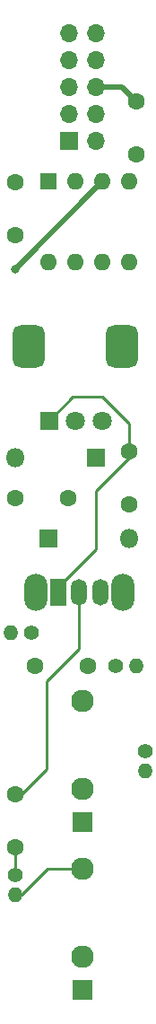
<source format=gbr>
%TF.GenerationSoftware,KiCad,Pcbnew,(6.0.4-0)*%
%TF.CreationDate,2022-12-20T07:59:27-08:00*%
%TF.ProjectId,slutch,736c7574-6368-42e6-9b69-6361645f7063,rev?*%
%TF.SameCoordinates,Original*%
%TF.FileFunction,Copper,L1,Top*%
%TF.FilePolarity,Positive*%
%FSLAX46Y46*%
G04 Gerber Fmt 4.6, Leading zero omitted, Abs format (unit mm)*
G04 Created by KiCad (PCBNEW (6.0.4-0)) date 2022-12-20 07:59:27*
%MOMM*%
%LPD*%
G01*
G04 APERTURE LIST*
G04 Aperture macros list*
%AMRoundRect*
0 Rectangle with rounded corners*
0 $1 Rounding radius*
0 $2 $3 $4 $5 $6 $7 $8 $9 X,Y pos of 4 corners*
0 Add a 4 corners polygon primitive as box body*
4,1,4,$2,$3,$4,$5,$6,$7,$8,$9,$2,$3,0*
0 Add four circle primitives for the rounded corners*
1,1,$1+$1,$2,$3*
1,1,$1+$1,$4,$5*
1,1,$1+$1,$6,$7*
1,1,$1+$1,$8,$9*
0 Add four rect primitives between the rounded corners*
20,1,$1+$1,$2,$3,$4,$5,0*
20,1,$1+$1,$4,$5,$6,$7,0*
20,1,$1+$1,$6,$7,$8,$9,0*
20,1,$1+$1,$8,$9,$2,$3,0*%
G04 Aperture macros list end*
%TA.AperFunction,ComponentPad*%
%ADD10C,1.400000*%
%TD*%
%TA.AperFunction,ComponentPad*%
%ADD11O,1.400000X1.400000*%
%TD*%
%TA.AperFunction,ComponentPad*%
%ADD12R,1.930000X1.830000*%
%TD*%
%TA.AperFunction,ComponentPad*%
%ADD13C,2.130000*%
%TD*%
%TA.AperFunction,ComponentPad*%
%ADD14R,1.800000X1.800000*%
%TD*%
%TA.AperFunction,ComponentPad*%
%ADD15C,1.800000*%
%TD*%
%TA.AperFunction,ComponentPad*%
%ADD16RoundRect,0.750000X0.750000X-1.250000X0.750000X1.250000X-0.750000X1.250000X-0.750000X-1.250000X0*%
%TD*%
%TA.AperFunction,ComponentPad*%
%ADD17O,2.200000X3.500000*%
%TD*%
%TA.AperFunction,ComponentPad*%
%ADD18R,1.500000X2.500000*%
%TD*%
%TA.AperFunction,ComponentPad*%
%ADD19O,1.500000X2.500000*%
%TD*%
%TA.AperFunction,ComponentPad*%
%ADD20C,1.600000*%
%TD*%
%TA.AperFunction,ComponentPad*%
%ADD21O,1.800000X1.800000*%
%TD*%
%TA.AperFunction,ComponentPad*%
%ADD22R,1.600000X1.600000*%
%TD*%
%TA.AperFunction,ComponentPad*%
%ADD23O,1.600000X1.600000*%
%TD*%
%TA.AperFunction,ComponentPad*%
%ADD24R,1.700000X1.700000*%
%TD*%
%TA.AperFunction,ComponentPad*%
%ADD25O,1.700000X1.700000*%
%TD*%
%TA.AperFunction,ViaPad*%
%ADD26C,0.800000*%
%TD*%
%TA.AperFunction,Conductor*%
%ADD27C,0.500000*%
%TD*%
%TA.AperFunction,Conductor*%
%ADD28C,0.250000*%
%TD*%
G04 APERTURE END LIST*
D10*
%TO.P,R5,1*%
%TO.N,Net-(C1-Pad1)*%
X192000000Y-102000000D03*
D11*
%TO.P,R5,2*%
%TO.N,GND*%
X192000000Y-103900000D03*
%TD*%
D12*
%TO.P,J3,S*%
%TO.N,GND*%
X186055000Y-124525000D03*
D13*
%TO.P,J3,T*%
%TO.N,Net-(J3-PadT)*%
X186055000Y-113125000D03*
%TO.P,J3,TN*%
%TO.N,N/C*%
X186055000Y-121425000D03*
%TD*%
D14*
%TO.P,R2,1*%
%TO.N,Net-(C4-Pad1)*%
X182920000Y-70820000D03*
D15*
%TO.P,R2,2*%
%TO.N,Net-(R1-Pad2)*%
X185420000Y-70820000D03*
%TO.P,R2,3*%
%TO.N,N/C*%
X187920000Y-70820000D03*
D16*
%TO.P,R2,MP*%
X189820000Y-63820000D03*
X181020000Y-63820000D03*
%TD*%
D17*
%TO.P,SW1,*%
%TO.N,*%
X189865000Y-86995000D03*
X181665000Y-86995000D03*
D18*
%TO.P,SW1,1,A*%
%TO.N,Net-(C4-Pad1)*%
X183765000Y-86995000D03*
D19*
%TO.P,SW1,2,B*%
%TO.N,Net-(C6-Pad1)*%
X185765000Y-86995000D03*
%TO.P,SW1,3,C*%
%TO.N,Net-(C5-Pad1)*%
X187765000Y-86995000D03*
%TD*%
D12*
%TO.P,J1,S*%
%TO.N,GND*%
X186055000Y-108650000D03*
D13*
%TO.P,J1,T*%
%TO.N,Net-(C1-Pad1)*%
X186055000Y-97250000D03*
%TO.P,J1,TN*%
%TO.N,N/C*%
X186055000Y-105550000D03*
%TD*%
D20*
%TO.P,C1,1*%
%TO.N,Net-(C1-Pad1)*%
X181610000Y-93980000D03*
%TO.P,C1,2*%
%TO.N,Net-(C1-Pad2)*%
X186610000Y-93980000D03*
%TD*%
D10*
%TO.P,R4,1*%
%TO.N,Net-(C6-Pad2)*%
X179705000Y-113665000D03*
D11*
%TO.P,R4,2*%
%TO.N,Net-(J3-PadT)*%
X179705000Y-115565000D03*
%TD*%
D14*
%TO.P,1n34a1,1,K*%
%TO.N,Net-(1n34a1-Pad1)*%
X187325000Y-74295000D03*
D21*
%TO.P,1n34a1,2,A*%
%TO.N,GND*%
X179705000Y-74295000D03*
%TD*%
D14*
%TO.P,D1,1,K*%
%TO.N,Net-(C5-Pad1)*%
X182880000Y-81915000D03*
D21*
%TO.P,D1,2,A*%
%TO.N,Net-(1n34a1-Pad1)*%
X190500000Y-81915000D03*
%TD*%
D10*
%TO.P,R3,1*%
%TO.N,Net-(C5-Pad1)*%
X181245000Y-90805000D03*
D11*
%TO.P,R3,2*%
%TO.N,GND*%
X179345000Y-90805000D03*
%TD*%
D10*
%TO.P,R1,1*%
%TO.N,Net-(C1-Pad2)*%
X189230000Y-93980000D03*
D11*
%TO.P,R1,2*%
%TO.N,Net-(R1-Pad2)*%
X191130000Y-93980000D03*
%TD*%
D20*
%TO.P,C4,1*%
%TO.N,Net-(C4-Pad1)*%
X190500000Y-73700000D03*
%TO.P,C4,2*%
%TO.N,Net-(1n34a1-Pad1)*%
X190500000Y-78700000D03*
%TD*%
%TO.P,C2,1*%
%TO.N,GND*%
X179705000Y-48300000D03*
%TO.P,C2,2*%
%TO.N,+12V*%
X179705000Y-53300000D03*
%TD*%
%TO.P,C6,1*%
%TO.N,Net-(C6-Pad1)*%
X179705000Y-106085000D03*
%TO.P,C6,2*%
%TO.N,Net-(C6-Pad2)*%
X179705000Y-111085000D03*
%TD*%
%TO.P,C3,1*%
%TO.N,GND*%
X191135000Y-40680000D03*
%TO.P,C3,2*%
%TO.N,-12V*%
X191135000Y-45680000D03*
%TD*%
D22*
%TO.P,U1,1,NULL*%
%TO.N,unconnected-(U1-Pad1)*%
X182890000Y-48270000D03*
D23*
%TO.P,U1,2,-*%
%TO.N,Net-(R1-Pad2)*%
X185430000Y-48270000D03*
%TO.P,U1,3,+*%
%TO.N,GND*%
X187970000Y-48270000D03*
%TO.P,U1,4,V-*%
%TO.N,-12V*%
X190510000Y-48270000D03*
%TO.P,U1,5,NULL*%
%TO.N,unconnected-(U1-Pad5)*%
X190510000Y-55890000D03*
%TO.P,U1,6*%
%TO.N,Net-(C4-Pad1)*%
X187970000Y-55890000D03*
%TO.P,U1,7,V+*%
%TO.N,+12V*%
X185430000Y-55890000D03*
%TO.P,U1,8,NC*%
%TO.N,unconnected-(U1-Pad8)*%
X182890000Y-55890000D03*
%TD*%
D20*
%TO.P,C5,1*%
%TO.N,Net-(C5-Pad1)*%
X184745000Y-78105000D03*
%TO.P,C5,2*%
%TO.N,GND*%
X179745000Y-78105000D03*
%TD*%
D24*
%TO.P,J2,1,Pin_1*%
%TO.N,+12V*%
X184780000Y-44445000D03*
D25*
%TO.P,J2,2,Pin_2*%
X187320000Y-44445000D03*
%TO.P,J2,3,Pin_3*%
%TO.N,GND*%
X184780000Y-41905000D03*
%TO.P,J2,4,Pin_4*%
X187320000Y-41905000D03*
%TO.P,J2,5,Pin_5*%
X184780000Y-39365000D03*
%TO.P,J2,6,Pin_6*%
X187320000Y-39365000D03*
%TO.P,J2,7,Pin_7*%
X184780000Y-36825000D03*
%TO.P,J2,8,Pin_8*%
X187320000Y-36825000D03*
%TO.P,J2,9,Pin_9*%
%TO.N,-12V*%
X184780000Y-34285000D03*
%TO.P,J2,10,Pin_10*%
X187320000Y-34285000D03*
%TD*%
D26*
%TO.N,GND*%
X179705000Y-56515000D03*
%TD*%
D27*
%TO.N,GND*%
X179725000Y-56515000D02*
X179705000Y-56515000D01*
X189820000Y-39365000D02*
X191135000Y-40680000D01*
X187970000Y-48270000D02*
X179725000Y-56515000D01*
X187320000Y-39365000D02*
X189820000Y-39365000D01*
D28*
%TO.N,Net-(C4-Pad1)*%
X190500000Y-71120000D02*
X187960000Y-68580000D01*
X190500000Y-74315000D02*
X187325000Y-77490000D01*
X187325000Y-82935000D02*
X183765000Y-86495000D01*
X187325000Y-77490000D02*
X187325000Y-82935000D01*
X187960000Y-68580000D02*
X185160000Y-68580000D01*
X185160000Y-68580000D02*
X182920000Y-70820000D01*
X190500000Y-73700000D02*
X190500000Y-71120000D01*
X183765000Y-86495000D02*
X183765000Y-86995000D01*
X190500000Y-73700000D02*
X190500000Y-74315000D01*
%TO.N,Net-(C6-Pad1)*%
X185765000Y-92365000D02*
X185765000Y-86995000D01*
X180340000Y-106085000D02*
X182734511Y-103690489D01*
X182734511Y-103690489D02*
X182734511Y-95395489D01*
X182734511Y-95395489D02*
X185765000Y-92365000D01*
%TO.N,Net-(C6-Pad2)*%
X179705000Y-113665000D02*
X179705000Y-111085000D01*
%TO.N,Net-(J3-PadT)*%
X180340000Y-115565000D02*
X182780000Y-113125000D01*
X182780000Y-113125000D02*
X185420000Y-113125000D01*
%TD*%
M02*

</source>
